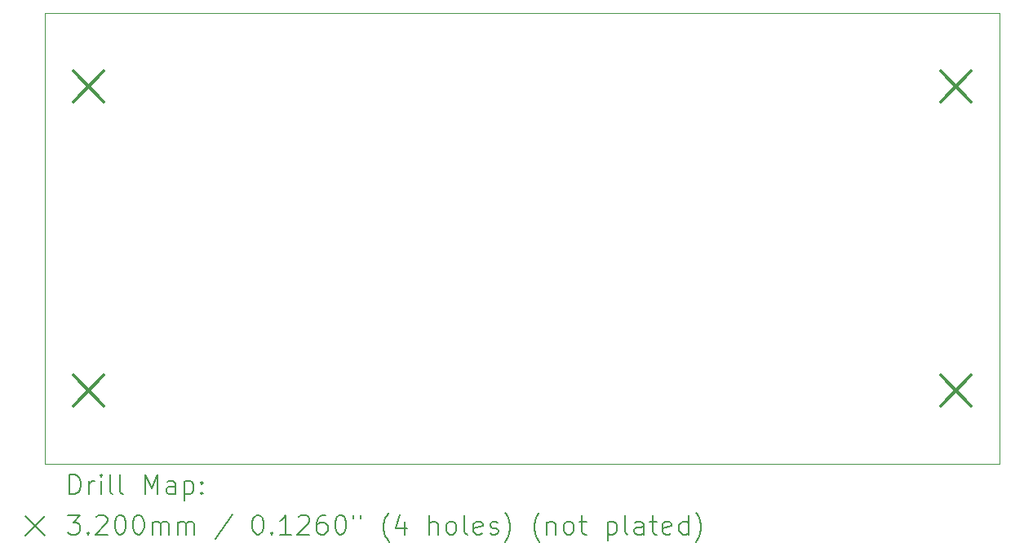
<source format=gbr>
%TF.GenerationSoftware,KiCad,Pcbnew,8.0.2*%
%TF.CreationDate,2024-12-08T11:28:18+01:00*%
%TF.ProjectId,junior-internal-bus,6a756e69-6f72-42d6-996e-7465726e616c,rev?*%
%TF.SameCoordinates,Original*%
%TF.FileFunction,Drillmap*%
%TF.FilePolarity,Positive*%
%FSLAX45Y45*%
G04 Gerber Fmt 4.5, Leading zero omitted, Abs format (unit mm)*
G04 Created by KiCad (PCBNEW 8.0.2) date 2024-12-08 11:28:18*
%MOMM*%
%LPD*%
G01*
G04 APERTURE LIST*
%ADD10C,0.050000*%
%ADD11C,0.200000*%
%ADD12C,0.320000*%
G04 APERTURE END LIST*
D10*
X8128000Y-10668000D02*
X8128000Y-5988000D01*
X18034000Y-10668000D02*
X8128000Y-10668000D01*
X8128000Y-5988000D02*
X18034000Y-5988000D01*
X18034000Y-5988000D02*
X18034000Y-10668000D01*
D11*
D12*
X8421000Y-6590000D02*
X8741000Y-6910000D01*
X8741000Y-6590000D02*
X8421000Y-6910000D01*
X8421000Y-9750000D02*
X8741000Y-10070000D01*
X8741000Y-9750000D02*
X8421000Y-10070000D01*
X17421000Y-6590000D02*
X17741000Y-6910000D01*
X17741000Y-6590000D02*
X17421000Y-6910000D01*
X17421000Y-9750000D02*
X17741000Y-10070000D01*
X17741000Y-9750000D02*
X17421000Y-10070000D01*
D11*
X8386277Y-10981984D02*
X8386277Y-10781984D01*
X8386277Y-10781984D02*
X8433896Y-10781984D01*
X8433896Y-10781984D02*
X8462467Y-10791508D01*
X8462467Y-10791508D02*
X8481515Y-10810555D01*
X8481515Y-10810555D02*
X8491039Y-10829603D01*
X8491039Y-10829603D02*
X8500563Y-10867698D01*
X8500563Y-10867698D02*
X8500563Y-10896270D01*
X8500563Y-10896270D02*
X8491039Y-10934365D01*
X8491039Y-10934365D02*
X8481515Y-10953412D01*
X8481515Y-10953412D02*
X8462467Y-10972460D01*
X8462467Y-10972460D02*
X8433896Y-10981984D01*
X8433896Y-10981984D02*
X8386277Y-10981984D01*
X8586277Y-10981984D02*
X8586277Y-10848650D01*
X8586277Y-10886746D02*
X8595801Y-10867698D01*
X8595801Y-10867698D02*
X8605324Y-10858174D01*
X8605324Y-10858174D02*
X8624372Y-10848650D01*
X8624372Y-10848650D02*
X8643420Y-10848650D01*
X8710086Y-10981984D02*
X8710086Y-10848650D01*
X8710086Y-10781984D02*
X8700563Y-10791508D01*
X8700563Y-10791508D02*
X8710086Y-10801031D01*
X8710086Y-10801031D02*
X8719610Y-10791508D01*
X8719610Y-10791508D02*
X8710086Y-10781984D01*
X8710086Y-10781984D02*
X8710086Y-10801031D01*
X8833896Y-10981984D02*
X8814848Y-10972460D01*
X8814848Y-10972460D02*
X8805324Y-10953412D01*
X8805324Y-10953412D02*
X8805324Y-10781984D01*
X8938658Y-10981984D02*
X8919610Y-10972460D01*
X8919610Y-10972460D02*
X8910086Y-10953412D01*
X8910086Y-10953412D02*
X8910086Y-10781984D01*
X9167229Y-10981984D02*
X9167229Y-10781984D01*
X9167229Y-10781984D02*
X9233896Y-10924841D01*
X9233896Y-10924841D02*
X9300563Y-10781984D01*
X9300563Y-10781984D02*
X9300563Y-10981984D01*
X9481515Y-10981984D02*
X9481515Y-10877222D01*
X9481515Y-10877222D02*
X9471991Y-10858174D01*
X9471991Y-10858174D02*
X9452944Y-10848650D01*
X9452944Y-10848650D02*
X9414848Y-10848650D01*
X9414848Y-10848650D02*
X9395801Y-10858174D01*
X9481515Y-10972460D02*
X9462467Y-10981984D01*
X9462467Y-10981984D02*
X9414848Y-10981984D01*
X9414848Y-10981984D02*
X9395801Y-10972460D01*
X9395801Y-10972460D02*
X9386277Y-10953412D01*
X9386277Y-10953412D02*
X9386277Y-10934365D01*
X9386277Y-10934365D02*
X9395801Y-10915317D01*
X9395801Y-10915317D02*
X9414848Y-10905793D01*
X9414848Y-10905793D02*
X9462467Y-10905793D01*
X9462467Y-10905793D02*
X9481515Y-10896270D01*
X9576753Y-10848650D02*
X9576753Y-11048650D01*
X9576753Y-10858174D02*
X9595801Y-10848650D01*
X9595801Y-10848650D02*
X9633896Y-10848650D01*
X9633896Y-10848650D02*
X9652944Y-10858174D01*
X9652944Y-10858174D02*
X9662467Y-10867698D01*
X9662467Y-10867698D02*
X9671991Y-10886746D01*
X9671991Y-10886746D02*
X9671991Y-10943889D01*
X9671991Y-10943889D02*
X9662467Y-10962936D01*
X9662467Y-10962936D02*
X9652944Y-10972460D01*
X9652944Y-10972460D02*
X9633896Y-10981984D01*
X9633896Y-10981984D02*
X9595801Y-10981984D01*
X9595801Y-10981984D02*
X9576753Y-10972460D01*
X9757705Y-10962936D02*
X9767229Y-10972460D01*
X9767229Y-10972460D02*
X9757705Y-10981984D01*
X9757705Y-10981984D02*
X9748182Y-10972460D01*
X9748182Y-10972460D02*
X9757705Y-10962936D01*
X9757705Y-10962936D02*
X9757705Y-10981984D01*
X9757705Y-10858174D02*
X9767229Y-10867698D01*
X9767229Y-10867698D02*
X9757705Y-10877222D01*
X9757705Y-10877222D02*
X9748182Y-10867698D01*
X9748182Y-10867698D02*
X9757705Y-10858174D01*
X9757705Y-10858174D02*
X9757705Y-10877222D01*
X7925500Y-11210500D02*
X8125500Y-11410500D01*
X8125500Y-11210500D02*
X7925500Y-11410500D01*
X8367229Y-11201984D02*
X8491039Y-11201984D01*
X8491039Y-11201984D02*
X8424372Y-11278174D01*
X8424372Y-11278174D02*
X8452944Y-11278174D01*
X8452944Y-11278174D02*
X8471991Y-11287698D01*
X8471991Y-11287698D02*
X8481515Y-11297222D01*
X8481515Y-11297222D02*
X8491039Y-11316269D01*
X8491039Y-11316269D02*
X8491039Y-11363888D01*
X8491039Y-11363888D02*
X8481515Y-11382936D01*
X8481515Y-11382936D02*
X8471991Y-11392460D01*
X8471991Y-11392460D02*
X8452944Y-11401984D01*
X8452944Y-11401984D02*
X8395801Y-11401984D01*
X8395801Y-11401984D02*
X8376753Y-11392460D01*
X8376753Y-11392460D02*
X8367229Y-11382936D01*
X8576753Y-11382936D02*
X8586277Y-11392460D01*
X8586277Y-11392460D02*
X8576753Y-11401984D01*
X8576753Y-11401984D02*
X8567229Y-11392460D01*
X8567229Y-11392460D02*
X8576753Y-11382936D01*
X8576753Y-11382936D02*
X8576753Y-11401984D01*
X8662467Y-11221031D02*
X8671991Y-11211508D01*
X8671991Y-11211508D02*
X8691039Y-11201984D01*
X8691039Y-11201984D02*
X8738658Y-11201984D01*
X8738658Y-11201984D02*
X8757705Y-11211508D01*
X8757705Y-11211508D02*
X8767229Y-11221031D01*
X8767229Y-11221031D02*
X8776753Y-11240079D01*
X8776753Y-11240079D02*
X8776753Y-11259127D01*
X8776753Y-11259127D02*
X8767229Y-11287698D01*
X8767229Y-11287698D02*
X8652944Y-11401984D01*
X8652944Y-11401984D02*
X8776753Y-11401984D01*
X8900563Y-11201984D02*
X8919610Y-11201984D01*
X8919610Y-11201984D02*
X8938658Y-11211508D01*
X8938658Y-11211508D02*
X8948182Y-11221031D01*
X8948182Y-11221031D02*
X8957705Y-11240079D01*
X8957705Y-11240079D02*
X8967229Y-11278174D01*
X8967229Y-11278174D02*
X8967229Y-11325793D01*
X8967229Y-11325793D02*
X8957705Y-11363888D01*
X8957705Y-11363888D02*
X8948182Y-11382936D01*
X8948182Y-11382936D02*
X8938658Y-11392460D01*
X8938658Y-11392460D02*
X8919610Y-11401984D01*
X8919610Y-11401984D02*
X8900563Y-11401984D01*
X8900563Y-11401984D02*
X8881515Y-11392460D01*
X8881515Y-11392460D02*
X8871991Y-11382936D01*
X8871991Y-11382936D02*
X8862467Y-11363888D01*
X8862467Y-11363888D02*
X8852944Y-11325793D01*
X8852944Y-11325793D02*
X8852944Y-11278174D01*
X8852944Y-11278174D02*
X8862467Y-11240079D01*
X8862467Y-11240079D02*
X8871991Y-11221031D01*
X8871991Y-11221031D02*
X8881515Y-11211508D01*
X8881515Y-11211508D02*
X8900563Y-11201984D01*
X9091039Y-11201984D02*
X9110086Y-11201984D01*
X9110086Y-11201984D02*
X9129134Y-11211508D01*
X9129134Y-11211508D02*
X9138658Y-11221031D01*
X9138658Y-11221031D02*
X9148182Y-11240079D01*
X9148182Y-11240079D02*
X9157705Y-11278174D01*
X9157705Y-11278174D02*
X9157705Y-11325793D01*
X9157705Y-11325793D02*
X9148182Y-11363888D01*
X9148182Y-11363888D02*
X9138658Y-11382936D01*
X9138658Y-11382936D02*
X9129134Y-11392460D01*
X9129134Y-11392460D02*
X9110086Y-11401984D01*
X9110086Y-11401984D02*
X9091039Y-11401984D01*
X9091039Y-11401984D02*
X9071991Y-11392460D01*
X9071991Y-11392460D02*
X9062467Y-11382936D01*
X9062467Y-11382936D02*
X9052944Y-11363888D01*
X9052944Y-11363888D02*
X9043420Y-11325793D01*
X9043420Y-11325793D02*
X9043420Y-11278174D01*
X9043420Y-11278174D02*
X9052944Y-11240079D01*
X9052944Y-11240079D02*
X9062467Y-11221031D01*
X9062467Y-11221031D02*
X9071991Y-11211508D01*
X9071991Y-11211508D02*
X9091039Y-11201984D01*
X9243420Y-11401984D02*
X9243420Y-11268650D01*
X9243420Y-11287698D02*
X9252944Y-11278174D01*
X9252944Y-11278174D02*
X9271991Y-11268650D01*
X9271991Y-11268650D02*
X9300563Y-11268650D01*
X9300563Y-11268650D02*
X9319610Y-11278174D01*
X9319610Y-11278174D02*
X9329134Y-11297222D01*
X9329134Y-11297222D02*
X9329134Y-11401984D01*
X9329134Y-11297222D02*
X9338658Y-11278174D01*
X9338658Y-11278174D02*
X9357705Y-11268650D01*
X9357705Y-11268650D02*
X9386277Y-11268650D01*
X9386277Y-11268650D02*
X9405325Y-11278174D01*
X9405325Y-11278174D02*
X9414848Y-11297222D01*
X9414848Y-11297222D02*
X9414848Y-11401984D01*
X9510086Y-11401984D02*
X9510086Y-11268650D01*
X9510086Y-11287698D02*
X9519610Y-11278174D01*
X9519610Y-11278174D02*
X9538658Y-11268650D01*
X9538658Y-11268650D02*
X9567229Y-11268650D01*
X9567229Y-11268650D02*
X9586277Y-11278174D01*
X9586277Y-11278174D02*
X9595801Y-11297222D01*
X9595801Y-11297222D02*
X9595801Y-11401984D01*
X9595801Y-11297222D02*
X9605325Y-11278174D01*
X9605325Y-11278174D02*
X9624372Y-11268650D01*
X9624372Y-11268650D02*
X9652944Y-11268650D01*
X9652944Y-11268650D02*
X9671991Y-11278174D01*
X9671991Y-11278174D02*
X9681515Y-11297222D01*
X9681515Y-11297222D02*
X9681515Y-11401984D01*
X10071991Y-11192460D02*
X9900563Y-11449603D01*
X10329134Y-11201984D02*
X10348182Y-11201984D01*
X10348182Y-11201984D02*
X10367229Y-11211508D01*
X10367229Y-11211508D02*
X10376753Y-11221031D01*
X10376753Y-11221031D02*
X10386277Y-11240079D01*
X10386277Y-11240079D02*
X10395801Y-11278174D01*
X10395801Y-11278174D02*
X10395801Y-11325793D01*
X10395801Y-11325793D02*
X10386277Y-11363888D01*
X10386277Y-11363888D02*
X10376753Y-11382936D01*
X10376753Y-11382936D02*
X10367229Y-11392460D01*
X10367229Y-11392460D02*
X10348182Y-11401984D01*
X10348182Y-11401984D02*
X10329134Y-11401984D01*
X10329134Y-11401984D02*
X10310087Y-11392460D01*
X10310087Y-11392460D02*
X10300563Y-11382936D01*
X10300563Y-11382936D02*
X10291039Y-11363888D01*
X10291039Y-11363888D02*
X10281515Y-11325793D01*
X10281515Y-11325793D02*
X10281515Y-11278174D01*
X10281515Y-11278174D02*
X10291039Y-11240079D01*
X10291039Y-11240079D02*
X10300563Y-11221031D01*
X10300563Y-11221031D02*
X10310087Y-11211508D01*
X10310087Y-11211508D02*
X10329134Y-11201984D01*
X10481515Y-11382936D02*
X10491039Y-11392460D01*
X10491039Y-11392460D02*
X10481515Y-11401984D01*
X10481515Y-11401984D02*
X10471991Y-11392460D01*
X10471991Y-11392460D02*
X10481515Y-11382936D01*
X10481515Y-11382936D02*
X10481515Y-11401984D01*
X10681515Y-11401984D02*
X10567229Y-11401984D01*
X10624372Y-11401984D02*
X10624372Y-11201984D01*
X10624372Y-11201984D02*
X10605325Y-11230555D01*
X10605325Y-11230555D02*
X10586277Y-11249603D01*
X10586277Y-11249603D02*
X10567229Y-11259127D01*
X10757706Y-11221031D02*
X10767229Y-11211508D01*
X10767229Y-11211508D02*
X10786277Y-11201984D01*
X10786277Y-11201984D02*
X10833896Y-11201984D01*
X10833896Y-11201984D02*
X10852944Y-11211508D01*
X10852944Y-11211508D02*
X10862468Y-11221031D01*
X10862468Y-11221031D02*
X10871991Y-11240079D01*
X10871991Y-11240079D02*
X10871991Y-11259127D01*
X10871991Y-11259127D02*
X10862468Y-11287698D01*
X10862468Y-11287698D02*
X10748182Y-11401984D01*
X10748182Y-11401984D02*
X10871991Y-11401984D01*
X11043420Y-11201984D02*
X11005325Y-11201984D01*
X11005325Y-11201984D02*
X10986277Y-11211508D01*
X10986277Y-11211508D02*
X10976753Y-11221031D01*
X10976753Y-11221031D02*
X10957706Y-11249603D01*
X10957706Y-11249603D02*
X10948182Y-11287698D01*
X10948182Y-11287698D02*
X10948182Y-11363888D01*
X10948182Y-11363888D02*
X10957706Y-11382936D01*
X10957706Y-11382936D02*
X10967229Y-11392460D01*
X10967229Y-11392460D02*
X10986277Y-11401984D01*
X10986277Y-11401984D02*
X11024372Y-11401984D01*
X11024372Y-11401984D02*
X11043420Y-11392460D01*
X11043420Y-11392460D02*
X11052944Y-11382936D01*
X11052944Y-11382936D02*
X11062468Y-11363888D01*
X11062468Y-11363888D02*
X11062468Y-11316269D01*
X11062468Y-11316269D02*
X11052944Y-11297222D01*
X11052944Y-11297222D02*
X11043420Y-11287698D01*
X11043420Y-11287698D02*
X11024372Y-11278174D01*
X11024372Y-11278174D02*
X10986277Y-11278174D01*
X10986277Y-11278174D02*
X10967229Y-11287698D01*
X10967229Y-11287698D02*
X10957706Y-11297222D01*
X10957706Y-11297222D02*
X10948182Y-11316269D01*
X11186277Y-11201984D02*
X11205325Y-11201984D01*
X11205325Y-11201984D02*
X11224372Y-11211508D01*
X11224372Y-11211508D02*
X11233896Y-11221031D01*
X11233896Y-11221031D02*
X11243420Y-11240079D01*
X11243420Y-11240079D02*
X11252944Y-11278174D01*
X11252944Y-11278174D02*
X11252944Y-11325793D01*
X11252944Y-11325793D02*
X11243420Y-11363888D01*
X11243420Y-11363888D02*
X11233896Y-11382936D01*
X11233896Y-11382936D02*
X11224372Y-11392460D01*
X11224372Y-11392460D02*
X11205325Y-11401984D01*
X11205325Y-11401984D02*
X11186277Y-11401984D01*
X11186277Y-11401984D02*
X11167229Y-11392460D01*
X11167229Y-11392460D02*
X11157706Y-11382936D01*
X11157706Y-11382936D02*
X11148182Y-11363888D01*
X11148182Y-11363888D02*
X11138658Y-11325793D01*
X11138658Y-11325793D02*
X11138658Y-11278174D01*
X11138658Y-11278174D02*
X11148182Y-11240079D01*
X11148182Y-11240079D02*
X11157706Y-11221031D01*
X11157706Y-11221031D02*
X11167229Y-11211508D01*
X11167229Y-11211508D02*
X11186277Y-11201984D01*
X11329134Y-11201984D02*
X11329134Y-11240079D01*
X11405325Y-11201984D02*
X11405325Y-11240079D01*
X11700563Y-11478174D02*
X11691039Y-11468650D01*
X11691039Y-11468650D02*
X11671991Y-11440079D01*
X11671991Y-11440079D02*
X11662468Y-11421031D01*
X11662468Y-11421031D02*
X11652944Y-11392460D01*
X11652944Y-11392460D02*
X11643420Y-11344841D01*
X11643420Y-11344841D02*
X11643420Y-11306746D01*
X11643420Y-11306746D02*
X11652944Y-11259127D01*
X11652944Y-11259127D02*
X11662468Y-11230555D01*
X11662468Y-11230555D02*
X11671991Y-11211508D01*
X11671991Y-11211508D02*
X11691039Y-11182936D01*
X11691039Y-11182936D02*
X11700563Y-11173412D01*
X11862468Y-11268650D02*
X11862468Y-11401984D01*
X11814848Y-11192460D02*
X11767229Y-11335317D01*
X11767229Y-11335317D02*
X11891039Y-11335317D01*
X12119610Y-11401984D02*
X12119610Y-11201984D01*
X12205325Y-11401984D02*
X12205325Y-11297222D01*
X12205325Y-11297222D02*
X12195801Y-11278174D01*
X12195801Y-11278174D02*
X12176753Y-11268650D01*
X12176753Y-11268650D02*
X12148182Y-11268650D01*
X12148182Y-11268650D02*
X12129134Y-11278174D01*
X12129134Y-11278174D02*
X12119610Y-11287698D01*
X12329134Y-11401984D02*
X12310087Y-11392460D01*
X12310087Y-11392460D02*
X12300563Y-11382936D01*
X12300563Y-11382936D02*
X12291039Y-11363888D01*
X12291039Y-11363888D02*
X12291039Y-11306746D01*
X12291039Y-11306746D02*
X12300563Y-11287698D01*
X12300563Y-11287698D02*
X12310087Y-11278174D01*
X12310087Y-11278174D02*
X12329134Y-11268650D01*
X12329134Y-11268650D02*
X12357706Y-11268650D01*
X12357706Y-11268650D02*
X12376753Y-11278174D01*
X12376753Y-11278174D02*
X12386277Y-11287698D01*
X12386277Y-11287698D02*
X12395801Y-11306746D01*
X12395801Y-11306746D02*
X12395801Y-11363888D01*
X12395801Y-11363888D02*
X12386277Y-11382936D01*
X12386277Y-11382936D02*
X12376753Y-11392460D01*
X12376753Y-11392460D02*
X12357706Y-11401984D01*
X12357706Y-11401984D02*
X12329134Y-11401984D01*
X12510087Y-11401984D02*
X12491039Y-11392460D01*
X12491039Y-11392460D02*
X12481515Y-11373412D01*
X12481515Y-11373412D02*
X12481515Y-11201984D01*
X12662468Y-11392460D02*
X12643420Y-11401984D01*
X12643420Y-11401984D02*
X12605325Y-11401984D01*
X12605325Y-11401984D02*
X12586277Y-11392460D01*
X12586277Y-11392460D02*
X12576753Y-11373412D01*
X12576753Y-11373412D02*
X12576753Y-11297222D01*
X12576753Y-11297222D02*
X12586277Y-11278174D01*
X12586277Y-11278174D02*
X12605325Y-11268650D01*
X12605325Y-11268650D02*
X12643420Y-11268650D01*
X12643420Y-11268650D02*
X12662468Y-11278174D01*
X12662468Y-11278174D02*
X12671991Y-11297222D01*
X12671991Y-11297222D02*
X12671991Y-11316269D01*
X12671991Y-11316269D02*
X12576753Y-11335317D01*
X12748182Y-11392460D02*
X12767230Y-11401984D01*
X12767230Y-11401984D02*
X12805325Y-11401984D01*
X12805325Y-11401984D02*
X12824372Y-11392460D01*
X12824372Y-11392460D02*
X12833896Y-11373412D01*
X12833896Y-11373412D02*
X12833896Y-11363888D01*
X12833896Y-11363888D02*
X12824372Y-11344841D01*
X12824372Y-11344841D02*
X12805325Y-11335317D01*
X12805325Y-11335317D02*
X12776753Y-11335317D01*
X12776753Y-11335317D02*
X12757706Y-11325793D01*
X12757706Y-11325793D02*
X12748182Y-11306746D01*
X12748182Y-11306746D02*
X12748182Y-11297222D01*
X12748182Y-11297222D02*
X12757706Y-11278174D01*
X12757706Y-11278174D02*
X12776753Y-11268650D01*
X12776753Y-11268650D02*
X12805325Y-11268650D01*
X12805325Y-11268650D02*
X12824372Y-11278174D01*
X12900563Y-11478174D02*
X12910087Y-11468650D01*
X12910087Y-11468650D02*
X12929134Y-11440079D01*
X12929134Y-11440079D02*
X12938658Y-11421031D01*
X12938658Y-11421031D02*
X12948182Y-11392460D01*
X12948182Y-11392460D02*
X12957706Y-11344841D01*
X12957706Y-11344841D02*
X12957706Y-11306746D01*
X12957706Y-11306746D02*
X12948182Y-11259127D01*
X12948182Y-11259127D02*
X12938658Y-11230555D01*
X12938658Y-11230555D02*
X12929134Y-11211508D01*
X12929134Y-11211508D02*
X12910087Y-11182936D01*
X12910087Y-11182936D02*
X12900563Y-11173412D01*
X13262468Y-11478174D02*
X13252944Y-11468650D01*
X13252944Y-11468650D02*
X13233896Y-11440079D01*
X13233896Y-11440079D02*
X13224372Y-11421031D01*
X13224372Y-11421031D02*
X13214849Y-11392460D01*
X13214849Y-11392460D02*
X13205325Y-11344841D01*
X13205325Y-11344841D02*
X13205325Y-11306746D01*
X13205325Y-11306746D02*
X13214849Y-11259127D01*
X13214849Y-11259127D02*
X13224372Y-11230555D01*
X13224372Y-11230555D02*
X13233896Y-11211508D01*
X13233896Y-11211508D02*
X13252944Y-11182936D01*
X13252944Y-11182936D02*
X13262468Y-11173412D01*
X13338658Y-11268650D02*
X13338658Y-11401984D01*
X13338658Y-11287698D02*
X13348182Y-11278174D01*
X13348182Y-11278174D02*
X13367230Y-11268650D01*
X13367230Y-11268650D02*
X13395801Y-11268650D01*
X13395801Y-11268650D02*
X13414849Y-11278174D01*
X13414849Y-11278174D02*
X13424372Y-11297222D01*
X13424372Y-11297222D02*
X13424372Y-11401984D01*
X13548182Y-11401984D02*
X13529134Y-11392460D01*
X13529134Y-11392460D02*
X13519611Y-11382936D01*
X13519611Y-11382936D02*
X13510087Y-11363888D01*
X13510087Y-11363888D02*
X13510087Y-11306746D01*
X13510087Y-11306746D02*
X13519611Y-11287698D01*
X13519611Y-11287698D02*
X13529134Y-11278174D01*
X13529134Y-11278174D02*
X13548182Y-11268650D01*
X13548182Y-11268650D02*
X13576753Y-11268650D01*
X13576753Y-11268650D02*
X13595801Y-11278174D01*
X13595801Y-11278174D02*
X13605325Y-11287698D01*
X13605325Y-11287698D02*
X13614849Y-11306746D01*
X13614849Y-11306746D02*
X13614849Y-11363888D01*
X13614849Y-11363888D02*
X13605325Y-11382936D01*
X13605325Y-11382936D02*
X13595801Y-11392460D01*
X13595801Y-11392460D02*
X13576753Y-11401984D01*
X13576753Y-11401984D02*
X13548182Y-11401984D01*
X13671992Y-11268650D02*
X13748182Y-11268650D01*
X13700563Y-11201984D02*
X13700563Y-11373412D01*
X13700563Y-11373412D02*
X13710087Y-11392460D01*
X13710087Y-11392460D02*
X13729134Y-11401984D01*
X13729134Y-11401984D02*
X13748182Y-11401984D01*
X13967230Y-11268650D02*
X13967230Y-11468650D01*
X13967230Y-11278174D02*
X13986277Y-11268650D01*
X13986277Y-11268650D02*
X14024373Y-11268650D01*
X14024373Y-11268650D02*
X14043420Y-11278174D01*
X14043420Y-11278174D02*
X14052944Y-11287698D01*
X14052944Y-11287698D02*
X14062468Y-11306746D01*
X14062468Y-11306746D02*
X14062468Y-11363888D01*
X14062468Y-11363888D02*
X14052944Y-11382936D01*
X14052944Y-11382936D02*
X14043420Y-11392460D01*
X14043420Y-11392460D02*
X14024373Y-11401984D01*
X14024373Y-11401984D02*
X13986277Y-11401984D01*
X13986277Y-11401984D02*
X13967230Y-11392460D01*
X14176753Y-11401984D02*
X14157706Y-11392460D01*
X14157706Y-11392460D02*
X14148182Y-11373412D01*
X14148182Y-11373412D02*
X14148182Y-11201984D01*
X14338658Y-11401984D02*
X14338658Y-11297222D01*
X14338658Y-11297222D02*
X14329134Y-11278174D01*
X14329134Y-11278174D02*
X14310087Y-11268650D01*
X14310087Y-11268650D02*
X14271992Y-11268650D01*
X14271992Y-11268650D02*
X14252944Y-11278174D01*
X14338658Y-11392460D02*
X14319611Y-11401984D01*
X14319611Y-11401984D02*
X14271992Y-11401984D01*
X14271992Y-11401984D02*
X14252944Y-11392460D01*
X14252944Y-11392460D02*
X14243420Y-11373412D01*
X14243420Y-11373412D02*
X14243420Y-11354365D01*
X14243420Y-11354365D02*
X14252944Y-11335317D01*
X14252944Y-11335317D02*
X14271992Y-11325793D01*
X14271992Y-11325793D02*
X14319611Y-11325793D01*
X14319611Y-11325793D02*
X14338658Y-11316269D01*
X14405325Y-11268650D02*
X14481515Y-11268650D01*
X14433896Y-11201984D02*
X14433896Y-11373412D01*
X14433896Y-11373412D02*
X14443420Y-11392460D01*
X14443420Y-11392460D02*
X14462468Y-11401984D01*
X14462468Y-11401984D02*
X14481515Y-11401984D01*
X14624373Y-11392460D02*
X14605325Y-11401984D01*
X14605325Y-11401984D02*
X14567230Y-11401984D01*
X14567230Y-11401984D02*
X14548182Y-11392460D01*
X14548182Y-11392460D02*
X14538658Y-11373412D01*
X14538658Y-11373412D02*
X14538658Y-11297222D01*
X14538658Y-11297222D02*
X14548182Y-11278174D01*
X14548182Y-11278174D02*
X14567230Y-11268650D01*
X14567230Y-11268650D02*
X14605325Y-11268650D01*
X14605325Y-11268650D02*
X14624373Y-11278174D01*
X14624373Y-11278174D02*
X14633896Y-11297222D01*
X14633896Y-11297222D02*
X14633896Y-11316269D01*
X14633896Y-11316269D02*
X14538658Y-11335317D01*
X14805325Y-11401984D02*
X14805325Y-11201984D01*
X14805325Y-11392460D02*
X14786277Y-11401984D01*
X14786277Y-11401984D02*
X14748182Y-11401984D01*
X14748182Y-11401984D02*
X14729134Y-11392460D01*
X14729134Y-11392460D02*
X14719611Y-11382936D01*
X14719611Y-11382936D02*
X14710087Y-11363888D01*
X14710087Y-11363888D02*
X14710087Y-11306746D01*
X14710087Y-11306746D02*
X14719611Y-11287698D01*
X14719611Y-11287698D02*
X14729134Y-11278174D01*
X14729134Y-11278174D02*
X14748182Y-11268650D01*
X14748182Y-11268650D02*
X14786277Y-11268650D01*
X14786277Y-11268650D02*
X14805325Y-11278174D01*
X14881515Y-11478174D02*
X14891039Y-11468650D01*
X14891039Y-11468650D02*
X14910087Y-11440079D01*
X14910087Y-11440079D02*
X14919611Y-11421031D01*
X14919611Y-11421031D02*
X14929134Y-11392460D01*
X14929134Y-11392460D02*
X14938658Y-11344841D01*
X14938658Y-11344841D02*
X14938658Y-11306746D01*
X14938658Y-11306746D02*
X14929134Y-11259127D01*
X14929134Y-11259127D02*
X14919611Y-11230555D01*
X14919611Y-11230555D02*
X14910087Y-11211508D01*
X14910087Y-11211508D02*
X14891039Y-11182936D01*
X14891039Y-11182936D02*
X14881515Y-11173412D01*
M02*

</source>
